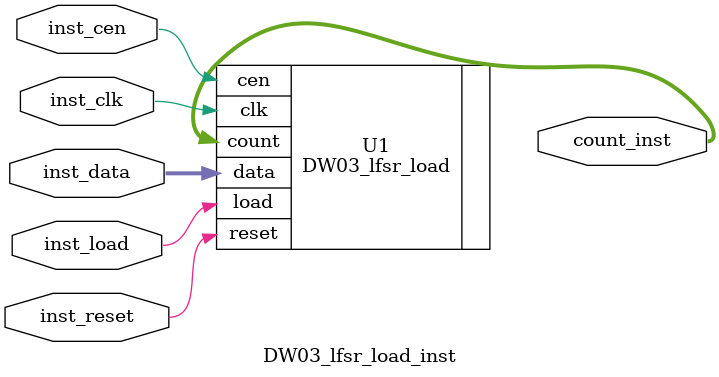
<source format=v>
module DW03_lfsr_load_inst( inst_data, inst_load, inst_cen, 
                            inst_clk, inst_reset, count_inst );

  parameter width = 8;

  input [width-1 : 0] inst_data;
  input inst_load;
  input inst_cen;
  input inst_clk;
  input inst_reset;
  output [width-1 : 0] count_inst;

  // Instance of DW03_lfsr_load
  DW03_lfsr_load #(width)
    U1 ( .data(inst_data), .load(inst_load), .cen(inst_cen), .clk(inst_clk),
         .reset(inst_reset), .count(count_inst) );

endmodule

</source>
